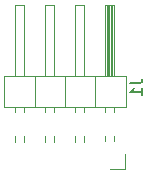
<source format=gbr>
G04 #@! TF.GenerationSoftware,KiCad,Pcbnew,(5.1.4-0-10_14)*
G04 #@! TF.CreationDate,2019-11-07T07:48:41+01:00*
G04 #@! TF.ProjectId,IFEI,49464549-2e6b-4696-9361-645f70636258,rev?*
G04 #@! TF.SameCoordinates,Original*
G04 #@! TF.FileFunction,Legend,Bot*
G04 #@! TF.FilePolarity,Positive*
%FSLAX46Y46*%
G04 Gerber Fmt 4.6, Leading zero omitted, Abs format (unit mm)*
G04 Created by KiCad (PCBNEW (5.1.4-0-10_14)) date 2019-11-07 07:48:41*
%MOMM*%
%LPD*%
G04 APERTURE LIST*
%ADD10C,0.120000*%
%ADD11C,0.150000*%
G04 APERTURE END LIST*
D10*
X142160000Y-94560000D02*
X131880000Y-94560000D01*
X131880000Y-94560000D02*
X131880000Y-91900000D01*
X131880000Y-91900000D02*
X142160000Y-91900000D01*
X142160000Y-91900000D02*
X142160000Y-94560000D01*
X141210000Y-91900000D02*
X141210000Y-85900000D01*
X141210000Y-85900000D02*
X140450000Y-85900000D01*
X140450000Y-85900000D02*
X140450000Y-91900000D01*
X141150000Y-91900000D02*
X141150000Y-85900000D01*
X141030000Y-91900000D02*
X141030000Y-85900000D01*
X140910000Y-91900000D02*
X140910000Y-85900000D01*
X140790000Y-91900000D02*
X140790000Y-85900000D01*
X140670000Y-91900000D02*
X140670000Y-85900000D01*
X140550000Y-91900000D02*
X140550000Y-85900000D01*
X141210000Y-94957071D02*
X141210000Y-94560000D01*
X140450000Y-94957071D02*
X140450000Y-94560000D01*
X141210000Y-97430000D02*
X141210000Y-97042929D01*
X140450000Y-97430000D02*
X140450000Y-97042929D01*
X139560000Y-94560000D02*
X139560000Y-91900000D01*
X138670000Y-91900000D02*
X138670000Y-85900000D01*
X138670000Y-85900000D02*
X137910000Y-85900000D01*
X137910000Y-85900000D02*
X137910000Y-91900000D01*
X138670000Y-94957071D02*
X138670000Y-94560000D01*
X137910000Y-94957071D02*
X137910000Y-94560000D01*
X138670000Y-97497071D02*
X138670000Y-97042929D01*
X137910000Y-97497071D02*
X137910000Y-97042929D01*
X137020000Y-94560000D02*
X137020000Y-91900000D01*
X136130000Y-91900000D02*
X136130000Y-85900000D01*
X136130000Y-85900000D02*
X135370000Y-85900000D01*
X135370000Y-85900000D02*
X135370000Y-91900000D01*
X136130000Y-94957071D02*
X136130000Y-94560000D01*
X135370000Y-94957071D02*
X135370000Y-94560000D01*
X136130000Y-97497071D02*
X136130000Y-97042929D01*
X135370000Y-97497071D02*
X135370000Y-97042929D01*
X134480000Y-94560000D02*
X134480000Y-91900000D01*
X133590000Y-91900000D02*
X133590000Y-85900000D01*
X133590000Y-85900000D02*
X132830000Y-85900000D01*
X132830000Y-85900000D02*
X132830000Y-91900000D01*
X133590000Y-94957071D02*
X133590000Y-94560000D01*
X132830000Y-94957071D02*
X132830000Y-94560000D01*
X133590000Y-97497071D02*
X133590000Y-97042929D01*
X132830000Y-97497071D02*
X132830000Y-97042929D01*
X140830000Y-99810000D02*
X142100000Y-99810000D01*
X142100000Y-99810000D02*
X142100000Y-98540000D01*
D11*
X142552380Y-92551666D02*
X143266666Y-92551666D01*
X143409523Y-92504047D01*
X143504761Y-92408809D01*
X143552380Y-92265952D01*
X143552380Y-92170714D01*
X143552380Y-93551666D02*
X143552380Y-92980238D01*
X143552380Y-93265952D02*
X142552380Y-93265952D01*
X142695238Y-93170714D01*
X142790476Y-93075476D01*
X142838095Y-92980238D01*
M02*

</source>
